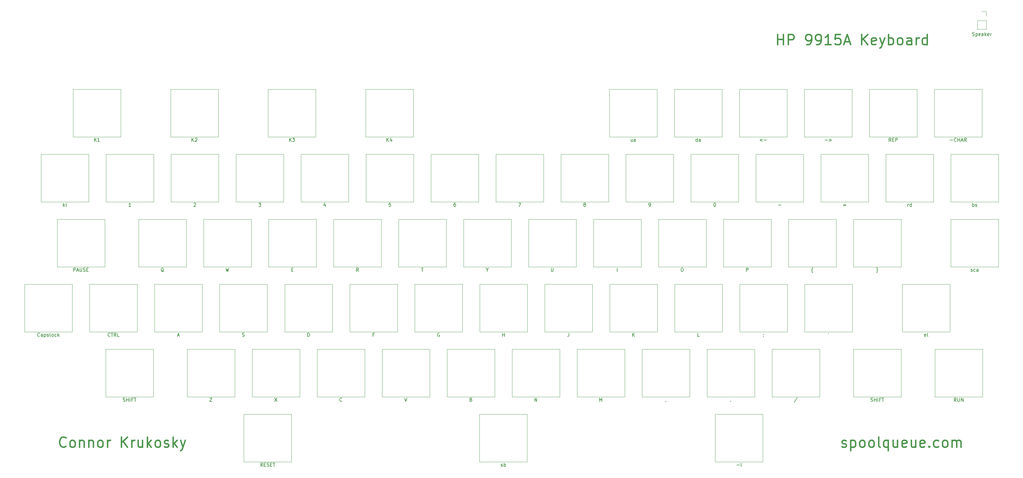
<source format=gbr>
G04 #@! TF.GenerationSoftware,KiCad,Pcbnew,(5.1.2)-1*
G04 #@! TF.CreationDate,2019-10-14T05:56:34-04:00*
G04 #@! TF.ProjectId,HP_9915A_Keyboard,48505f39-3931-4354-915f-4b6579626f61,rev?*
G04 #@! TF.SameCoordinates,Original*
G04 #@! TF.FileFunction,Legend,Top*
G04 #@! TF.FilePolarity,Positive*
%FSLAX46Y46*%
G04 Gerber Fmt 4.6, Leading zero omitted, Abs format (unit mm)*
G04 Created by KiCad (PCBNEW (5.1.2)-1) date 2019-10-14 05:56:34*
%MOMM*%
%LPD*%
G04 APERTURE LIST*
%ADD10C,0.400000*%
%ADD11C,0.120000*%
%ADD12C,0.150000*%
G04 APERTURE END LIST*
D10*
X304000000Y-196214285D02*
X304285714Y-196357142D01*
X304857142Y-196357142D01*
X305142857Y-196214285D01*
X305285714Y-195928571D01*
X305285714Y-195785714D01*
X305142857Y-195500000D01*
X304857142Y-195357142D01*
X304428571Y-195357142D01*
X304142857Y-195214285D01*
X304000000Y-194928571D01*
X304000000Y-194785714D01*
X304142857Y-194500000D01*
X304428571Y-194357142D01*
X304857142Y-194357142D01*
X305142857Y-194500000D01*
X306571428Y-194357142D02*
X306571428Y-197357142D01*
X306571428Y-194500000D02*
X306857142Y-194357142D01*
X307428571Y-194357142D01*
X307714285Y-194500000D01*
X307857142Y-194642857D01*
X308000000Y-194928571D01*
X308000000Y-195785714D01*
X307857142Y-196071428D01*
X307714285Y-196214285D01*
X307428571Y-196357142D01*
X306857142Y-196357142D01*
X306571428Y-196214285D01*
X309714285Y-196357142D02*
X309428571Y-196214285D01*
X309285714Y-196071428D01*
X309142857Y-195785714D01*
X309142857Y-194928571D01*
X309285714Y-194642857D01*
X309428571Y-194500000D01*
X309714285Y-194357142D01*
X310142857Y-194357142D01*
X310428571Y-194500000D01*
X310571428Y-194642857D01*
X310714285Y-194928571D01*
X310714285Y-195785714D01*
X310571428Y-196071428D01*
X310428571Y-196214285D01*
X310142857Y-196357142D01*
X309714285Y-196357142D01*
X312428571Y-196357142D02*
X312142857Y-196214285D01*
X312000000Y-196071428D01*
X311857142Y-195785714D01*
X311857142Y-194928571D01*
X312000000Y-194642857D01*
X312142857Y-194500000D01*
X312428571Y-194357142D01*
X312857142Y-194357142D01*
X313142857Y-194500000D01*
X313285714Y-194642857D01*
X313428571Y-194928571D01*
X313428571Y-195785714D01*
X313285714Y-196071428D01*
X313142857Y-196214285D01*
X312857142Y-196357142D01*
X312428571Y-196357142D01*
X315142857Y-196357142D02*
X314857142Y-196214285D01*
X314714285Y-195928571D01*
X314714285Y-193357142D01*
X317571428Y-194357142D02*
X317571428Y-197357142D01*
X317571428Y-196214285D02*
X317285714Y-196357142D01*
X316714285Y-196357142D01*
X316428571Y-196214285D01*
X316285714Y-196071428D01*
X316142857Y-195785714D01*
X316142857Y-194928571D01*
X316285714Y-194642857D01*
X316428571Y-194500000D01*
X316714285Y-194357142D01*
X317285714Y-194357142D01*
X317571428Y-194500000D01*
X320285714Y-194357142D02*
X320285714Y-196357142D01*
X319000000Y-194357142D02*
X319000000Y-195928571D01*
X319142857Y-196214285D01*
X319428571Y-196357142D01*
X319857142Y-196357142D01*
X320142857Y-196214285D01*
X320285714Y-196071428D01*
X322857142Y-196214285D02*
X322571428Y-196357142D01*
X322000000Y-196357142D01*
X321714285Y-196214285D01*
X321571428Y-195928571D01*
X321571428Y-194785714D01*
X321714285Y-194500000D01*
X322000000Y-194357142D01*
X322571428Y-194357142D01*
X322857142Y-194500000D01*
X323000000Y-194785714D01*
X323000000Y-195071428D01*
X321571428Y-195357142D01*
X325571428Y-194357142D02*
X325571428Y-196357142D01*
X324285714Y-194357142D02*
X324285714Y-195928571D01*
X324428571Y-196214285D01*
X324714285Y-196357142D01*
X325142857Y-196357142D01*
X325428571Y-196214285D01*
X325571428Y-196071428D01*
X328142857Y-196214285D02*
X327857142Y-196357142D01*
X327285714Y-196357142D01*
X327000000Y-196214285D01*
X326857142Y-195928571D01*
X326857142Y-194785714D01*
X327000000Y-194500000D01*
X327285714Y-194357142D01*
X327857142Y-194357142D01*
X328142857Y-194500000D01*
X328285714Y-194785714D01*
X328285714Y-195071428D01*
X326857142Y-195357142D01*
X329571428Y-196071428D02*
X329714285Y-196214285D01*
X329571428Y-196357142D01*
X329428571Y-196214285D01*
X329571428Y-196071428D01*
X329571428Y-196357142D01*
X332285714Y-196214285D02*
X332000000Y-196357142D01*
X331428571Y-196357142D01*
X331142857Y-196214285D01*
X331000000Y-196071428D01*
X330857142Y-195785714D01*
X330857142Y-194928571D01*
X331000000Y-194642857D01*
X331142857Y-194500000D01*
X331428571Y-194357142D01*
X332000000Y-194357142D01*
X332285714Y-194500000D01*
X334000000Y-196357142D02*
X333714285Y-196214285D01*
X333571428Y-196071428D01*
X333428571Y-195785714D01*
X333428571Y-194928571D01*
X333571428Y-194642857D01*
X333714285Y-194500000D01*
X334000000Y-194357142D01*
X334428571Y-194357142D01*
X334714285Y-194500000D01*
X334857142Y-194642857D01*
X335000000Y-194928571D01*
X335000000Y-195785714D01*
X334857142Y-196071428D01*
X334714285Y-196214285D01*
X334428571Y-196357142D01*
X334000000Y-196357142D01*
X336285714Y-196357142D02*
X336285714Y-194357142D01*
X336285714Y-194642857D02*
X336428571Y-194500000D01*
X336714285Y-194357142D01*
X337142857Y-194357142D01*
X337428571Y-194500000D01*
X337571428Y-194785714D01*
X337571428Y-196357142D01*
X337571428Y-194785714D02*
X337714285Y-194500000D01*
X338000000Y-194357142D01*
X338428571Y-194357142D01*
X338714285Y-194500000D01*
X338857142Y-194785714D01*
X338857142Y-196357142D01*
X76500000Y-196071428D02*
X76357142Y-196214285D01*
X75928571Y-196357142D01*
X75642857Y-196357142D01*
X75214285Y-196214285D01*
X74928571Y-195928571D01*
X74785714Y-195642857D01*
X74642857Y-195071428D01*
X74642857Y-194642857D01*
X74785714Y-194071428D01*
X74928571Y-193785714D01*
X75214285Y-193500000D01*
X75642857Y-193357142D01*
X75928571Y-193357142D01*
X76357142Y-193500000D01*
X76500000Y-193642857D01*
X78214285Y-196357142D02*
X77928571Y-196214285D01*
X77785714Y-196071428D01*
X77642857Y-195785714D01*
X77642857Y-194928571D01*
X77785714Y-194642857D01*
X77928571Y-194500000D01*
X78214285Y-194357142D01*
X78642857Y-194357142D01*
X78928571Y-194500000D01*
X79071428Y-194642857D01*
X79214285Y-194928571D01*
X79214285Y-195785714D01*
X79071428Y-196071428D01*
X78928571Y-196214285D01*
X78642857Y-196357142D01*
X78214285Y-196357142D01*
X80500000Y-194357142D02*
X80500000Y-196357142D01*
X80500000Y-194642857D02*
X80642857Y-194500000D01*
X80928571Y-194357142D01*
X81357142Y-194357142D01*
X81642857Y-194500000D01*
X81785714Y-194785714D01*
X81785714Y-196357142D01*
X83214285Y-194357142D02*
X83214285Y-196357142D01*
X83214285Y-194642857D02*
X83357142Y-194500000D01*
X83642857Y-194357142D01*
X84071428Y-194357142D01*
X84357142Y-194500000D01*
X84500000Y-194785714D01*
X84500000Y-196357142D01*
X86357142Y-196357142D02*
X86071428Y-196214285D01*
X85928571Y-196071428D01*
X85785714Y-195785714D01*
X85785714Y-194928571D01*
X85928571Y-194642857D01*
X86071428Y-194500000D01*
X86357142Y-194357142D01*
X86785714Y-194357142D01*
X87071428Y-194500000D01*
X87214285Y-194642857D01*
X87357142Y-194928571D01*
X87357142Y-195785714D01*
X87214285Y-196071428D01*
X87071428Y-196214285D01*
X86785714Y-196357142D01*
X86357142Y-196357142D01*
X88642857Y-196357142D02*
X88642857Y-194357142D01*
X88642857Y-194928571D02*
X88785714Y-194642857D01*
X88928571Y-194500000D01*
X89214285Y-194357142D01*
X89500000Y-194357142D01*
X92785714Y-196357142D02*
X92785714Y-193357142D01*
X94500000Y-196357142D02*
X93214285Y-194642857D01*
X94500000Y-193357142D02*
X92785714Y-195071428D01*
X95785714Y-196357142D02*
X95785714Y-194357142D01*
X95785714Y-194928571D02*
X95928571Y-194642857D01*
X96071428Y-194500000D01*
X96357142Y-194357142D01*
X96642857Y-194357142D01*
X98928571Y-194357142D02*
X98928571Y-196357142D01*
X97642857Y-194357142D02*
X97642857Y-195928571D01*
X97785714Y-196214285D01*
X98071428Y-196357142D01*
X98500000Y-196357142D01*
X98785714Y-196214285D01*
X98928571Y-196071428D01*
X100357142Y-196357142D02*
X100357142Y-193357142D01*
X100642857Y-195214285D02*
X101500000Y-196357142D01*
X101500000Y-194357142D02*
X100357142Y-195500000D01*
X103214285Y-196357142D02*
X102928571Y-196214285D01*
X102785714Y-196071428D01*
X102642857Y-195785714D01*
X102642857Y-194928571D01*
X102785714Y-194642857D01*
X102928571Y-194500000D01*
X103214285Y-194357142D01*
X103642857Y-194357142D01*
X103928571Y-194500000D01*
X104071428Y-194642857D01*
X104214285Y-194928571D01*
X104214285Y-195785714D01*
X104071428Y-196071428D01*
X103928571Y-196214285D01*
X103642857Y-196357142D01*
X103214285Y-196357142D01*
X105357142Y-196214285D02*
X105642857Y-196357142D01*
X106214285Y-196357142D01*
X106500000Y-196214285D01*
X106642857Y-195928571D01*
X106642857Y-195785714D01*
X106500000Y-195500000D01*
X106214285Y-195357142D01*
X105785714Y-195357142D01*
X105500000Y-195214285D01*
X105357142Y-194928571D01*
X105357142Y-194785714D01*
X105500000Y-194500000D01*
X105785714Y-194357142D01*
X106214285Y-194357142D01*
X106500000Y-194500000D01*
X107928571Y-196357142D02*
X107928571Y-193357142D01*
X108214285Y-195214285D02*
X109071428Y-196357142D01*
X109071428Y-194357142D02*
X107928571Y-195500000D01*
X110071428Y-194357142D02*
X110785714Y-196357142D01*
X111500000Y-194357142D02*
X110785714Y-196357142D01*
X110500000Y-197071428D01*
X110357142Y-197214285D01*
X110071428Y-197357142D01*
X285071428Y-78357142D02*
X285071428Y-75357142D01*
X285071428Y-76785714D02*
X286785714Y-76785714D01*
X286785714Y-78357142D02*
X286785714Y-75357142D01*
X288214285Y-78357142D02*
X288214285Y-75357142D01*
X289357142Y-75357142D01*
X289642857Y-75500000D01*
X289785714Y-75642857D01*
X289928571Y-75928571D01*
X289928571Y-76357142D01*
X289785714Y-76642857D01*
X289642857Y-76785714D01*
X289357142Y-76928571D01*
X288214285Y-76928571D01*
X293642857Y-78357142D02*
X294214285Y-78357142D01*
X294500000Y-78214285D01*
X294642857Y-78071428D01*
X294928571Y-77642857D01*
X295071428Y-77071428D01*
X295071428Y-75928571D01*
X294928571Y-75642857D01*
X294785714Y-75500000D01*
X294500000Y-75357142D01*
X293928571Y-75357142D01*
X293642857Y-75500000D01*
X293500000Y-75642857D01*
X293357142Y-75928571D01*
X293357142Y-76642857D01*
X293500000Y-76928571D01*
X293642857Y-77071428D01*
X293928571Y-77214285D01*
X294500000Y-77214285D01*
X294785714Y-77071428D01*
X294928571Y-76928571D01*
X295071428Y-76642857D01*
X296500000Y-78357142D02*
X297071428Y-78357142D01*
X297357142Y-78214285D01*
X297500000Y-78071428D01*
X297785714Y-77642857D01*
X297928571Y-77071428D01*
X297928571Y-75928571D01*
X297785714Y-75642857D01*
X297642857Y-75500000D01*
X297357142Y-75357142D01*
X296785714Y-75357142D01*
X296500000Y-75500000D01*
X296357142Y-75642857D01*
X296214285Y-75928571D01*
X296214285Y-76642857D01*
X296357142Y-76928571D01*
X296500000Y-77071428D01*
X296785714Y-77214285D01*
X297357142Y-77214285D01*
X297642857Y-77071428D01*
X297785714Y-76928571D01*
X297928571Y-76642857D01*
X300785714Y-78357142D02*
X299071428Y-78357142D01*
X299928571Y-78357142D02*
X299928571Y-75357142D01*
X299642857Y-75785714D01*
X299357142Y-76071428D01*
X299071428Y-76214285D01*
X303500000Y-75357142D02*
X302071428Y-75357142D01*
X301928571Y-76785714D01*
X302071428Y-76642857D01*
X302357142Y-76500000D01*
X303071428Y-76500000D01*
X303357142Y-76642857D01*
X303500000Y-76785714D01*
X303642857Y-77071428D01*
X303642857Y-77785714D01*
X303500000Y-78071428D01*
X303357142Y-78214285D01*
X303071428Y-78357142D01*
X302357142Y-78357142D01*
X302071428Y-78214285D01*
X301928571Y-78071428D01*
X304785714Y-77500000D02*
X306214285Y-77500000D01*
X304500000Y-78357142D02*
X305500000Y-75357142D01*
X306500000Y-78357142D01*
X309785714Y-78357142D02*
X309785714Y-75357142D01*
X311500000Y-78357142D02*
X310214285Y-76642857D01*
X311500000Y-75357142D02*
X309785714Y-77071428D01*
X313928571Y-78214285D02*
X313642857Y-78357142D01*
X313071428Y-78357142D01*
X312785714Y-78214285D01*
X312642857Y-77928571D01*
X312642857Y-76785714D01*
X312785714Y-76500000D01*
X313071428Y-76357142D01*
X313642857Y-76357142D01*
X313928571Y-76500000D01*
X314071428Y-76785714D01*
X314071428Y-77071428D01*
X312642857Y-77357142D01*
X315071428Y-76357142D02*
X315785714Y-78357142D01*
X316500000Y-76357142D02*
X315785714Y-78357142D01*
X315500000Y-79071428D01*
X315357142Y-79214285D01*
X315071428Y-79357142D01*
X317642857Y-78357142D02*
X317642857Y-75357142D01*
X317642857Y-76500000D02*
X317928571Y-76357142D01*
X318500000Y-76357142D01*
X318785714Y-76500000D01*
X318928571Y-76642857D01*
X319071428Y-76928571D01*
X319071428Y-77785714D01*
X318928571Y-78071428D01*
X318785714Y-78214285D01*
X318500000Y-78357142D01*
X317928571Y-78357142D01*
X317642857Y-78214285D01*
X320785714Y-78357142D02*
X320500000Y-78214285D01*
X320357142Y-78071428D01*
X320214285Y-77785714D01*
X320214285Y-76928571D01*
X320357142Y-76642857D01*
X320500000Y-76500000D01*
X320785714Y-76357142D01*
X321214285Y-76357142D01*
X321500000Y-76500000D01*
X321642857Y-76642857D01*
X321785714Y-76928571D01*
X321785714Y-77785714D01*
X321642857Y-78071428D01*
X321500000Y-78214285D01*
X321214285Y-78357142D01*
X320785714Y-78357142D01*
X324357142Y-78357142D02*
X324357142Y-76785714D01*
X324214285Y-76500000D01*
X323928571Y-76357142D01*
X323357142Y-76357142D01*
X323071428Y-76500000D01*
X324357142Y-78214285D02*
X324071428Y-78357142D01*
X323357142Y-78357142D01*
X323071428Y-78214285D01*
X322928571Y-77928571D01*
X322928571Y-77642857D01*
X323071428Y-77357142D01*
X323357142Y-77214285D01*
X324071428Y-77214285D01*
X324357142Y-77071428D01*
X325785714Y-78357142D02*
X325785714Y-76357142D01*
X325785714Y-76928571D02*
X325928571Y-76642857D01*
X326071428Y-76500000D01*
X326357142Y-76357142D01*
X326642857Y-76357142D01*
X328928571Y-78357142D02*
X328928571Y-75357142D01*
X328928571Y-78214285D02*
X328642857Y-78357142D01*
X328071428Y-78357142D01*
X327785714Y-78214285D01*
X327642857Y-78071428D01*
X327500000Y-77785714D01*
X327500000Y-76928571D01*
X327642857Y-76642857D01*
X327785714Y-76500000D01*
X328071428Y-76357142D01*
X328642857Y-76357142D01*
X328928571Y-76500000D01*
D11*
X264414000Y-167640000D02*
X278384000Y-167640000D01*
X278384000Y-167640000D02*
X278384000Y-181610000D01*
X278384000Y-181610000D02*
X264414000Y-181610000D01*
X264414000Y-181610000D02*
X264414000Y-167640000D01*
X254889000Y-91440000D02*
X268859000Y-91440000D01*
X268859000Y-91440000D02*
X268859000Y-105410000D01*
X268859000Y-105410000D02*
X254889000Y-105410000D01*
X254889000Y-105410000D02*
X254889000Y-91440000D01*
X240665000Y-124460000D02*
X240665000Y-110490000D01*
X254635000Y-124460000D02*
X240665000Y-124460000D01*
X254635000Y-110490000D02*
X254635000Y-124460000D01*
X240665000Y-110490000D02*
X254635000Y-110490000D01*
X226314000Y-167640000D02*
X240284000Y-167640000D01*
X240284000Y-167640000D02*
X240284000Y-181610000D01*
X240284000Y-181610000D02*
X226314000Y-181610000D01*
X226314000Y-181610000D02*
X226314000Y-167640000D01*
X83439000Y-162560000D02*
X83439000Y-148590000D01*
X97409000Y-162560000D02*
X83439000Y-162560000D01*
X97409000Y-148590000D02*
X97409000Y-162560000D01*
X83439000Y-148590000D02*
X97409000Y-148590000D01*
X88138000Y-181610000D02*
X88138000Y-167640000D01*
X102108000Y-181610000D02*
X88138000Y-181610000D01*
X102108000Y-167640000D02*
X102108000Y-181610000D01*
X88138000Y-167640000D02*
X102108000Y-167640000D01*
X307340000Y-167640000D02*
X321310000Y-167640000D01*
X321310000Y-167640000D02*
X321310000Y-181610000D01*
X321310000Y-181610000D02*
X307340000Y-181610000D01*
X307340000Y-181610000D02*
X307340000Y-167640000D01*
X64389000Y-148590000D02*
X78359000Y-148590000D01*
X78359000Y-148590000D02*
X78359000Y-162560000D01*
X78359000Y-162560000D02*
X64389000Y-162560000D01*
X64389000Y-162560000D02*
X64389000Y-148590000D01*
X69215000Y-110490000D02*
X83185000Y-110490000D01*
X83185000Y-110490000D02*
X83185000Y-124460000D01*
X83185000Y-124460000D02*
X69215000Y-124460000D01*
X69215000Y-124460000D02*
X69215000Y-110490000D01*
X78613000Y-91440000D02*
X92583000Y-91440000D01*
X92583000Y-91440000D02*
X92583000Y-105410000D01*
X92583000Y-105410000D02*
X78613000Y-105410000D01*
X78613000Y-105410000D02*
X78613000Y-91440000D01*
X107188000Y-105410000D02*
X107188000Y-91440000D01*
X121158000Y-105410000D02*
X107188000Y-105410000D01*
X121158000Y-91440000D02*
X121158000Y-105410000D01*
X107188000Y-91440000D02*
X121158000Y-91440000D01*
X135763000Y-91440000D02*
X149733000Y-91440000D01*
X149733000Y-91440000D02*
X149733000Y-105410000D01*
X149733000Y-105410000D02*
X135763000Y-105410000D01*
X135763000Y-105410000D02*
X135763000Y-91440000D01*
X164338000Y-105410000D02*
X164338000Y-91440000D01*
X178308000Y-105410000D02*
X164338000Y-105410000D01*
X178308000Y-91440000D02*
X178308000Y-105410000D01*
X164338000Y-91440000D02*
X178308000Y-91440000D01*
X235839000Y-105410000D02*
X235839000Y-91440000D01*
X249809000Y-105410000D02*
X235839000Y-105410000D01*
X249809000Y-91440000D02*
X249809000Y-105410000D01*
X235839000Y-91440000D02*
X249809000Y-91440000D01*
X273939000Y-105410000D02*
X273939000Y-91440000D01*
X287909000Y-105410000D02*
X273939000Y-105410000D01*
X287909000Y-91440000D02*
X287909000Y-105410000D01*
X273939000Y-91440000D02*
X287909000Y-91440000D01*
X292989000Y-91440000D02*
X306959000Y-91440000D01*
X306959000Y-91440000D02*
X306959000Y-105410000D01*
X306959000Y-105410000D02*
X292989000Y-105410000D01*
X292989000Y-105410000D02*
X292989000Y-91440000D01*
X312039000Y-91440000D02*
X326009000Y-91440000D01*
X326009000Y-91440000D02*
X326009000Y-105410000D01*
X326009000Y-105410000D02*
X312039000Y-105410000D01*
X312039000Y-105410000D02*
X312039000Y-91440000D01*
X331089000Y-105410000D02*
X331089000Y-91440000D01*
X345059000Y-105410000D02*
X331089000Y-105410000D01*
X345059000Y-91440000D02*
X345059000Y-105410000D01*
X331089000Y-91440000D02*
X345059000Y-91440000D01*
X316865000Y-110490000D02*
X330835000Y-110490000D01*
X330835000Y-110490000D02*
X330835000Y-124460000D01*
X330835000Y-124460000D02*
X316865000Y-124460000D01*
X316865000Y-124460000D02*
X316865000Y-110490000D01*
X266827000Y-200660000D02*
X266827000Y-186690000D01*
X280797000Y-200660000D02*
X266827000Y-200660000D01*
X280797000Y-186690000D02*
X280797000Y-200660000D01*
X266827000Y-186690000D02*
X280797000Y-186690000D01*
X88265000Y-124460000D02*
X88265000Y-110490000D01*
X102235000Y-124460000D02*
X88265000Y-124460000D01*
X102235000Y-110490000D02*
X102235000Y-124460000D01*
X88265000Y-110490000D02*
X102235000Y-110490000D01*
X107315000Y-110490000D02*
X121285000Y-110490000D01*
X121285000Y-110490000D02*
X121285000Y-124460000D01*
X121285000Y-124460000D02*
X107315000Y-124460000D01*
X107315000Y-124460000D02*
X107315000Y-110490000D01*
X126365000Y-124460000D02*
X126365000Y-110490000D01*
X140335000Y-124460000D02*
X126365000Y-124460000D01*
X140335000Y-110490000D02*
X140335000Y-124460000D01*
X126365000Y-110490000D02*
X140335000Y-110490000D01*
X145415000Y-110490000D02*
X159385000Y-110490000D01*
X159385000Y-110490000D02*
X159385000Y-124460000D01*
X159385000Y-124460000D02*
X145415000Y-124460000D01*
X145415000Y-124460000D02*
X145415000Y-110490000D01*
X164465000Y-124460000D02*
X164465000Y-110490000D01*
X178435000Y-124460000D02*
X164465000Y-124460000D01*
X178435000Y-110490000D02*
X178435000Y-124460000D01*
X164465000Y-110490000D02*
X178435000Y-110490000D01*
X183515000Y-110490000D02*
X197485000Y-110490000D01*
X197485000Y-110490000D02*
X197485000Y-124460000D01*
X197485000Y-124460000D02*
X183515000Y-124460000D01*
X183515000Y-124460000D02*
X183515000Y-110490000D01*
X202565000Y-124460000D02*
X202565000Y-110490000D01*
X216535000Y-124460000D02*
X202565000Y-124460000D01*
X216535000Y-110490000D02*
X216535000Y-124460000D01*
X202565000Y-110490000D02*
X216535000Y-110490000D01*
X221615000Y-110490000D02*
X235585000Y-110490000D01*
X235585000Y-110490000D02*
X235585000Y-124460000D01*
X235585000Y-124460000D02*
X221615000Y-124460000D01*
X221615000Y-124460000D02*
X221615000Y-110490000D01*
X259715000Y-124460000D02*
X259715000Y-110490000D01*
X273685000Y-124460000D02*
X259715000Y-124460000D01*
X273685000Y-110490000D02*
X273685000Y-124460000D01*
X259715000Y-110490000D02*
X273685000Y-110490000D01*
X278765000Y-110490000D02*
X292735000Y-110490000D01*
X292735000Y-110490000D02*
X292735000Y-124460000D01*
X292735000Y-124460000D02*
X278765000Y-124460000D01*
X278765000Y-124460000D02*
X278765000Y-110490000D01*
X297815000Y-124460000D02*
X297815000Y-110490000D01*
X311785000Y-124460000D02*
X297815000Y-124460000D01*
X311785000Y-110490000D02*
X311785000Y-124460000D01*
X297815000Y-110490000D02*
X311785000Y-110490000D01*
X335915000Y-110490000D02*
X349885000Y-110490000D01*
X349885000Y-110490000D02*
X349885000Y-124460000D01*
X349885000Y-124460000D02*
X335915000Y-124460000D01*
X335915000Y-124460000D02*
X335915000Y-110490000D01*
X128651000Y-200660000D02*
X128651000Y-186690000D01*
X142621000Y-200660000D02*
X128651000Y-200660000D01*
X142621000Y-186690000D02*
X142621000Y-200660000D01*
X128651000Y-186690000D02*
X142621000Y-186690000D01*
X97790000Y-143510000D02*
X97790000Y-129540000D01*
X111760000Y-143510000D02*
X97790000Y-143510000D01*
X111760000Y-129540000D02*
X111760000Y-143510000D01*
X97790000Y-129540000D02*
X111760000Y-129540000D01*
X116840000Y-129540000D02*
X130810000Y-129540000D01*
X130810000Y-129540000D02*
X130810000Y-143510000D01*
X130810000Y-143510000D02*
X116840000Y-143510000D01*
X116840000Y-143510000D02*
X116840000Y-129540000D01*
X135890000Y-143510000D02*
X135890000Y-129540000D01*
X149860000Y-143510000D02*
X135890000Y-143510000D01*
X149860000Y-129540000D02*
X149860000Y-143510000D01*
X135890000Y-129540000D02*
X149860000Y-129540000D01*
X154940000Y-129540000D02*
X168910000Y-129540000D01*
X168910000Y-129540000D02*
X168910000Y-143510000D01*
X168910000Y-143510000D02*
X154940000Y-143510000D01*
X154940000Y-143510000D02*
X154940000Y-129540000D01*
X173990000Y-143510000D02*
X173990000Y-129540000D01*
X187960000Y-143510000D02*
X173990000Y-143510000D01*
X187960000Y-129540000D02*
X187960000Y-143510000D01*
X173990000Y-129540000D02*
X187960000Y-129540000D01*
X193040000Y-129540000D02*
X207010000Y-129540000D01*
X207010000Y-129540000D02*
X207010000Y-143510000D01*
X207010000Y-143510000D02*
X193040000Y-143510000D01*
X193040000Y-143510000D02*
X193040000Y-129540000D01*
X212090000Y-143510000D02*
X212090000Y-129540000D01*
X226060000Y-143510000D02*
X212090000Y-143510000D01*
X226060000Y-129540000D02*
X226060000Y-143510000D01*
X212090000Y-129540000D02*
X226060000Y-129540000D01*
X231140000Y-129540000D02*
X245110000Y-129540000D01*
X245110000Y-129540000D02*
X245110000Y-143510000D01*
X245110000Y-143510000D02*
X231140000Y-143510000D01*
X231140000Y-143510000D02*
X231140000Y-129540000D01*
X250190000Y-129540000D02*
X264160000Y-129540000D01*
X264160000Y-129540000D02*
X264160000Y-143510000D01*
X264160000Y-143510000D02*
X250190000Y-143510000D01*
X250190000Y-143510000D02*
X250190000Y-129540000D01*
X269240000Y-143510000D02*
X269240000Y-129540000D01*
X283210000Y-143510000D02*
X269240000Y-143510000D01*
X283210000Y-129540000D02*
X283210000Y-143510000D01*
X269240000Y-129540000D02*
X283210000Y-129540000D01*
X288290000Y-143510000D02*
X288290000Y-129540000D01*
X302260000Y-143510000D02*
X288290000Y-143510000D01*
X302260000Y-129540000D02*
X302260000Y-143510000D01*
X288290000Y-129540000D02*
X302260000Y-129540000D01*
X307340000Y-129540000D02*
X321310000Y-129540000D01*
X321310000Y-129540000D02*
X321310000Y-143510000D01*
X321310000Y-143510000D02*
X307340000Y-143510000D01*
X307340000Y-143510000D02*
X307340000Y-129540000D01*
X335915000Y-143510000D02*
X335915000Y-129540000D01*
X349885000Y-143510000D02*
X335915000Y-143510000D01*
X349885000Y-129540000D02*
X349885000Y-143510000D01*
X335915000Y-129540000D02*
X349885000Y-129540000D01*
X102489000Y-162560000D02*
X102489000Y-148590000D01*
X116459000Y-162560000D02*
X102489000Y-162560000D01*
X116459000Y-148590000D02*
X116459000Y-162560000D01*
X102489000Y-148590000D02*
X116459000Y-148590000D01*
X121539000Y-148590000D02*
X135509000Y-148590000D01*
X135509000Y-148590000D02*
X135509000Y-162560000D01*
X135509000Y-162560000D02*
X121539000Y-162560000D01*
X121539000Y-162560000D02*
X121539000Y-148590000D01*
X140652500Y-162560000D02*
X140652500Y-148590000D01*
X154622500Y-162560000D02*
X140652500Y-162560000D01*
X154622500Y-148590000D02*
X154622500Y-162560000D01*
X140652500Y-148590000D02*
X154622500Y-148590000D01*
X159702500Y-148590000D02*
X173672500Y-148590000D01*
X173672500Y-148590000D02*
X173672500Y-162560000D01*
X173672500Y-162560000D02*
X159702500Y-162560000D01*
X159702500Y-162560000D02*
X159702500Y-148590000D01*
X178752500Y-162560000D02*
X178752500Y-148590000D01*
X192722500Y-162560000D02*
X178752500Y-162560000D01*
X192722500Y-148590000D02*
X192722500Y-162560000D01*
X178752500Y-148590000D02*
X192722500Y-148590000D01*
X197802500Y-148590000D02*
X211772500Y-148590000D01*
X211772500Y-148590000D02*
X211772500Y-162560000D01*
X211772500Y-162560000D02*
X197802500Y-162560000D01*
X197802500Y-162560000D02*
X197802500Y-148590000D01*
X216852500Y-162560000D02*
X216852500Y-148590000D01*
X230822500Y-162560000D02*
X216852500Y-162560000D01*
X230822500Y-148590000D02*
X230822500Y-162560000D01*
X216852500Y-148590000D02*
X230822500Y-148590000D01*
X235902500Y-148590000D02*
X249872500Y-148590000D01*
X249872500Y-148590000D02*
X249872500Y-162560000D01*
X249872500Y-162560000D02*
X235902500Y-162560000D01*
X235902500Y-162560000D02*
X235902500Y-148590000D01*
X254952500Y-162560000D02*
X254952500Y-148590000D01*
X268922500Y-162560000D02*
X254952500Y-162560000D01*
X268922500Y-148590000D02*
X268922500Y-162560000D01*
X254952500Y-148590000D02*
X268922500Y-148590000D01*
X274002500Y-148590000D02*
X287972500Y-148590000D01*
X287972500Y-148590000D02*
X287972500Y-162560000D01*
X287972500Y-162560000D02*
X274002500Y-162560000D01*
X274002500Y-162560000D02*
X274002500Y-148590000D01*
X293052500Y-148590000D02*
X307022500Y-148590000D01*
X307022500Y-148590000D02*
X307022500Y-162560000D01*
X307022500Y-162560000D02*
X293052500Y-162560000D01*
X293052500Y-162560000D02*
X293052500Y-148590000D01*
X321691000Y-148590000D02*
X335661000Y-148590000D01*
X335661000Y-148590000D02*
X335661000Y-162560000D01*
X335661000Y-162560000D02*
X321691000Y-162560000D01*
X321691000Y-162560000D02*
X321691000Y-148590000D01*
X197739000Y-186690000D02*
X211709000Y-186690000D01*
X211709000Y-186690000D02*
X211709000Y-200660000D01*
X211709000Y-200660000D02*
X197739000Y-200660000D01*
X197739000Y-200660000D02*
X197739000Y-186690000D01*
X112014000Y-167640000D02*
X125984000Y-167640000D01*
X125984000Y-167640000D02*
X125984000Y-181610000D01*
X125984000Y-181610000D02*
X112014000Y-181610000D01*
X112014000Y-181610000D02*
X112014000Y-167640000D01*
X131064000Y-181610000D02*
X131064000Y-167640000D01*
X145034000Y-181610000D02*
X131064000Y-181610000D01*
X145034000Y-167640000D02*
X145034000Y-181610000D01*
X131064000Y-167640000D02*
X145034000Y-167640000D01*
X150114000Y-167640000D02*
X164084000Y-167640000D01*
X164084000Y-167640000D02*
X164084000Y-181610000D01*
X164084000Y-181610000D02*
X150114000Y-181610000D01*
X150114000Y-181610000D02*
X150114000Y-167640000D01*
X169164000Y-181610000D02*
X169164000Y-167640000D01*
X183134000Y-181610000D02*
X169164000Y-181610000D01*
X183134000Y-167640000D02*
X183134000Y-181610000D01*
X169164000Y-167640000D02*
X183134000Y-167640000D01*
X188214000Y-167640000D02*
X202184000Y-167640000D01*
X202184000Y-167640000D02*
X202184000Y-181610000D01*
X202184000Y-181610000D02*
X188214000Y-181610000D01*
X188214000Y-181610000D02*
X188214000Y-167640000D01*
X207264000Y-181610000D02*
X207264000Y-167640000D01*
X221234000Y-181610000D02*
X207264000Y-181610000D01*
X221234000Y-167640000D02*
X221234000Y-181610000D01*
X207264000Y-167640000D02*
X221234000Y-167640000D01*
X245364000Y-181610000D02*
X245364000Y-167640000D01*
X259334000Y-181610000D02*
X245364000Y-181610000D01*
X259334000Y-167640000D02*
X259334000Y-181610000D01*
X245364000Y-167640000D02*
X259334000Y-167640000D01*
X283464000Y-181610000D02*
X283464000Y-167640000D01*
X297434000Y-181610000D02*
X283464000Y-181610000D01*
X297434000Y-167640000D02*
X297434000Y-181610000D01*
X283464000Y-167640000D02*
X297434000Y-167640000D01*
X73914000Y-129540000D02*
X87884000Y-129540000D01*
X87884000Y-129540000D02*
X87884000Y-143510000D01*
X87884000Y-143510000D02*
X73914000Y-143510000D01*
X73914000Y-143510000D02*
X73914000Y-129540000D01*
X331216000Y-167640000D02*
X345186000Y-167640000D01*
X345186000Y-167640000D02*
X345186000Y-181610000D01*
X345186000Y-181610000D02*
X331216000Y-181610000D01*
X331216000Y-181610000D02*
X331216000Y-167640000D01*
X343670000Y-71270000D02*
X346330000Y-71270000D01*
X343670000Y-71270000D02*
X343670000Y-73870000D01*
X343670000Y-73870000D02*
X346330000Y-73870000D01*
X346330000Y-71270000D02*
X346330000Y-73870000D01*
X346330000Y-68670000D02*
X346330000Y-70000000D01*
X345000000Y-68670000D02*
X346330000Y-68670000D01*
D12*
X271399000Y-182856142D02*
X271446619Y-182903761D01*
X271399000Y-182951380D01*
X271351380Y-182903761D01*
X271399000Y-182856142D01*
X271399000Y-182951380D01*
X261635904Y-106751380D02*
X261635904Y-105751380D01*
X261635904Y-106703761D02*
X261540666Y-106751380D01*
X261350190Y-106751380D01*
X261254952Y-106703761D01*
X261207333Y-106656142D01*
X261159714Y-106560904D01*
X261159714Y-106275190D01*
X261207333Y-106179952D01*
X261254952Y-106132333D01*
X261350190Y-106084714D01*
X261540666Y-106084714D01*
X261635904Y-106132333D01*
X262540666Y-106751380D02*
X262540666Y-106227571D01*
X262493047Y-106132333D01*
X262397809Y-106084714D01*
X262207333Y-106084714D01*
X262112095Y-106132333D01*
X262540666Y-106703761D02*
X262445428Y-106751380D01*
X262207333Y-106751380D01*
X262112095Y-106703761D01*
X262064476Y-106608523D01*
X262064476Y-106513285D01*
X262112095Y-106418047D01*
X262207333Y-106370428D01*
X262445428Y-106370428D01*
X262540666Y-106322809D01*
X247459523Y-125801380D02*
X247650000Y-125801380D01*
X247745238Y-125753761D01*
X247792857Y-125706142D01*
X247888095Y-125563285D01*
X247935714Y-125372809D01*
X247935714Y-124991857D01*
X247888095Y-124896619D01*
X247840476Y-124849000D01*
X247745238Y-124801380D01*
X247554761Y-124801380D01*
X247459523Y-124849000D01*
X247411904Y-124896619D01*
X247364285Y-124991857D01*
X247364285Y-125229952D01*
X247411904Y-125325190D01*
X247459523Y-125372809D01*
X247554761Y-125420428D01*
X247745238Y-125420428D01*
X247840476Y-125372809D01*
X247888095Y-125325190D01*
X247935714Y-125229952D01*
X232965666Y-182951380D02*
X232965666Y-181951380D01*
X233299000Y-182665666D01*
X233632333Y-181951380D01*
X233632333Y-182951380D01*
X89447809Y-163806142D02*
X89400190Y-163853761D01*
X89257333Y-163901380D01*
X89162095Y-163901380D01*
X89019238Y-163853761D01*
X88924000Y-163758523D01*
X88876380Y-163663285D01*
X88828761Y-163472809D01*
X88828761Y-163329952D01*
X88876380Y-163139476D01*
X88924000Y-163044238D01*
X89019238Y-162949000D01*
X89162095Y-162901380D01*
X89257333Y-162901380D01*
X89400190Y-162949000D01*
X89447809Y-162996619D01*
X89733523Y-162901380D02*
X90304952Y-162901380D01*
X90019238Y-163901380D02*
X90019238Y-162901380D01*
X91209714Y-163901380D02*
X90876380Y-163425190D01*
X90638285Y-163901380D02*
X90638285Y-162901380D01*
X91019238Y-162901380D01*
X91114476Y-162949000D01*
X91162095Y-162996619D01*
X91209714Y-163091857D01*
X91209714Y-163234714D01*
X91162095Y-163329952D01*
X91114476Y-163377571D01*
X91019238Y-163425190D01*
X90638285Y-163425190D01*
X92114476Y-163901380D02*
X91638285Y-163901380D01*
X91638285Y-162901380D01*
X93265857Y-182903761D02*
X93408714Y-182951380D01*
X93646809Y-182951380D01*
X93742047Y-182903761D01*
X93789666Y-182856142D01*
X93837285Y-182760904D01*
X93837285Y-182665666D01*
X93789666Y-182570428D01*
X93742047Y-182522809D01*
X93646809Y-182475190D01*
X93456333Y-182427571D01*
X93361095Y-182379952D01*
X93313476Y-182332333D01*
X93265857Y-182237095D01*
X93265857Y-182141857D01*
X93313476Y-182046619D01*
X93361095Y-181999000D01*
X93456333Y-181951380D01*
X93694428Y-181951380D01*
X93837285Y-181999000D01*
X94265857Y-182951380D02*
X94265857Y-181951380D01*
X94265857Y-182427571D02*
X94837285Y-182427571D01*
X94837285Y-182951380D02*
X94837285Y-181951380D01*
X95313476Y-182951380D02*
X95313476Y-181951380D01*
X96123000Y-182427571D02*
X95789666Y-182427571D01*
X95789666Y-182951380D02*
X95789666Y-181951380D01*
X96265857Y-181951380D01*
X96503952Y-181951380D02*
X97075380Y-181951380D01*
X96789666Y-182951380D02*
X96789666Y-181951380D01*
X312467857Y-182903761D02*
X312610714Y-182951380D01*
X312848809Y-182951380D01*
X312944047Y-182903761D01*
X312991666Y-182856142D01*
X313039285Y-182760904D01*
X313039285Y-182665666D01*
X312991666Y-182570428D01*
X312944047Y-182522809D01*
X312848809Y-182475190D01*
X312658333Y-182427571D01*
X312563095Y-182379952D01*
X312515476Y-182332333D01*
X312467857Y-182237095D01*
X312467857Y-182141857D01*
X312515476Y-182046619D01*
X312563095Y-181999000D01*
X312658333Y-181951380D01*
X312896428Y-181951380D01*
X313039285Y-181999000D01*
X313467857Y-182951380D02*
X313467857Y-181951380D01*
X313467857Y-182427571D02*
X314039285Y-182427571D01*
X314039285Y-182951380D02*
X314039285Y-181951380D01*
X314515476Y-182951380D02*
X314515476Y-181951380D01*
X315325000Y-182427571D02*
X314991666Y-182427571D01*
X314991666Y-182951380D02*
X314991666Y-181951380D01*
X315467857Y-181951380D01*
X315705952Y-181951380D02*
X316277380Y-181951380D01*
X315991666Y-182951380D02*
X315991666Y-181951380D01*
X68826380Y-163806142D02*
X68778761Y-163853761D01*
X68635904Y-163901380D01*
X68540666Y-163901380D01*
X68397809Y-163853761D01*
X68302571Y-163758523D01*
X68254952Y-163663285D01*
X68207333Y-163472809D01*
X68207333Y-163329952D01*
X68254952Y-163139476D01*
X68302571Y-163044238D01*
X68397809Y-162949000D01*
X68540666Y-162901380D01*
X68635904Y-162901380D01*
X68778761Y-162949000D01*
X68826380Y-162996619D01*
X69683523Y-163901380D02*
X69683523Y-163377571D01*
X69635904Y-163282333D01*
X69540666Y-163234714D01*
X69350190Y-163234714D01*
X69254952Y-163282333D01*
X69683523Y-163853761D02*
X69588285Y-163901380D01*
X69350190Y-163901380D01*
X69254952Y-163853761D01*
X69207333Y-163758523D01*
X69207333Y-163663285D01*
X69254952Y-163568047D01*
X69350190Y-163520428D01*
X69588285Y-163520428D01*
X69683523Y-163472809D01*
X70159714Y-163234714D02*
X70159714Y-164234714D01*
X70159714Y-163282333D02*
X70254952Y-163234714D01*
X70445428Y-163234714D01*
X70540666Y-163282333D01*
X70588285Y-163329952D01*
X70635904Y-163425190D01*
X70635904Y-163710904D01*
X70588285Y-163806142D01*
X70540666Y-163853761D01*
X70445428Y-163901380D01*
X70254952Y-163901380D01*
X70159714Y-163853761D01*
X71016857Y-163853761D02*
X71112095Y-163901380D01*
X71302571Y-163901380D01*
X71397809Y-163853761D01*
X71445428Y-163758523D01*
X71445428Y-163710904D01*
X71397809Y-163615666D01*
X71302571Y-163568047D01*
X71159714Y-163568047D01*
X71064476Y-163520428D01*
X71016857Y-163425190D01*
X71016857Y-163377571D01*
X71064476Y-163282333D01*
X71159714Y-163234714D01*
X71302571Y-163234714D01*
X71397809Y-163282333D01*
X72016857Y-163901380D02*
X71921619Y-163853761D01*
X71874000Y-163758523D01*
X71874000Y-162901380D01*
X72540666Y-163901380D02*
X72445428Y-163853761D01*
X72397809Y-163806142D01*
X72350190Y-163710904D01*
X72350190Y-163425190D01*
X72397809Y-163329952D01*
X72445428Y-163282333D01*
X72540666Y-163234714D01*
X72683523Y-163234714D01*
X72778761Y-163282333D01*
X72826380Y-163329952D01*
X72874000Y-163425190D01*
X72874000Y-163710904D01*
X72826380Y-163806142D01*
X72778761Y-163853761D01*
X72683523Y-163901380D01*
X72540666Y-163901380D01*
X73731142Y-163853761D02*
X73635904Y-163901380D01*
X73445428Y-163901380D01*
X73350190Y-163853761D01*
X73302571Y-163806142D01*
X73254952Y-163710904D01*
X73254952Y-163425190D01*
X73302571Y-163329952D01*
X73350190Y-163282333D01*
X73445428Y-163234714D01*
X73635904Y-163234714D01*
X73731142Y-163282333D01*
X74159714Y-163901380D02*
X74159714Y-162901380D01*
X74254952Y-163520428D02*
X74540666Y-163901380D01*
X74540666Y-163234714D02*
X74159714Y-163615666D01*
X75771428Y-125801380D02*
X75771428Y-124801380D01*
X75866666Y-125420428D02*
X76152380Y-125801380D01*
X76152380Y-125134714D02*
X75771428Y-125515666D01*
X76723809Y-125801380D02*
X76628571Y-125753761D01*
X76580952Y-125658523D01*
X76580952Y-124801380D01*
X84859904Y-106751380D02*
X84859904Y-105751380D01*
X85431333Y-106751380D02*
X85002761Y-106179952D01*
X85431333Y-105751380D02*
X84859904Y-106322809D01*
X86383714Y-106751380D02*
X85812285Y-106751380D01*
X86098000Y-106751380D02*
X86098000Y-105751380D01*
X86002761Y-105894238D01*
X85907523Y-105989476D01*
X85812285Y-106037095D01*
X113434904Y-106751380D02*
X113434904Y-105751380D01*
X114006333Y-106751380D02*
X113577761Y-106179952D01*
X114006333Y-105751380D02*
X113434904Y-106322809D01*
X114387285Y-105846619D02*
X114434904Y-105799000D01*
X114530142Y-105751380D01*
X114768238Y-105751380D01*
X114863476Y-105799000D01*
X114911095Y-105846619D01*
X114958714Y-105941857D01*
X114958714Y-106037095D01*
X114911095Y-106179952D01*
X114339666Y-106751380D01*
X114958714Y-106751380D01*
X142009904Y-106751380D02*
X142009904Y-105751380D01*
X142581333Y-106751380D02*
X142152761Y-106179952D01*
X142581333Y-105751380D02*
X142009904Y-106322809D01*
X142914666Y-105751380D02*
X143533714Y-105751380D01*
X143200380Y-106132333D01*
X143343238Y-106132333D01*
X143438476Y-106179952D01*
X143486095Y-106227571D01*
X143533714Y-106322809D01*
X143533714Y-106560904D01*
X143486095Y-106656142D01*
X143438476Y-106703761D01*
X143343238Y-106751380D01*
X143057523Y-106751380D01*
X142962285Y-106703761D01*
X142914666Y-106656142D01*
X170584904Y-106751380D02*
X170584904Y-105751380D01*
X171156333Y-106751380D02*
X170727761Y-106179952D01*
X171156333Y-105751380D02*
X170584904Y-106322809D01*
X172013476Y-106084714D02*
X172013476Y-106751380D01*
X171775380Y-105703761D02*
X171537285Y-106418047D01*
X172156333Y-106418047D01*
X242585904Y-106084714D02*
X242585904Y-106751380D01*
X242157333Y-106084714D02*
X242157333Y-106608523D01*
X242204952Y-106703761D01*
X242300190Y-106751380D01*
X242443047Y-106751380D01*
X242538285Y-106703761D01*
X242585904Y-106656142D01*
X243490666Y-106751380D02*
X243490666Y-106227571D01*
X243443047Y-106132333D01*
X243347809Y-106084714D01*
X243157333Y-106084714D01*
X243062095Y-106132333D01*
X243490666Y-106703761D02*
X243395428Y-106751380D01*
X243157333Y-106751380D01*
X243062095Y-106703761D01*
X243014476Y-106608523D01*
X243014476Y-106513285D01*
X243062095Y-106418047D01*
X243157333Y-106370428D01*
X243395428Y-106370428D01*
X243490666Y-106322809D01*
X280685904Y-106084714D02*
X279924000Y-106370428D01*
X280685904Y-106656142D01*
X281162095Y-106370428D02*
X281924000Y-106370428D01*
X298974000Y-106370428D02*
X299735904Y-106370428D01*
X300212095Y-106084714D02*
X300974000Y-106370428D01*
X300212095Y-106656142D01*
X318381142Y-106751380D02*
X318047809Y-106275190D01*
X317809714Y-106751380D02*
X317809714Y-105751380D01*
X318190666Y-105751380D01*
X318285904Y-105799000D01*
X318333523Y-105846619D01*
X318381142Y-105941857D01*
X318381142Y-106084714D01*
X318333523Y-106179952D01*
X318285904Y-106227571D01*
X318190666Y-106275190D01*
X317809714Y-106275190D01*
X318809714Y-106227571D02*
X319143047Y-106227571D01*
X319285904Y-106751380D02*
X318809714Y-106751380D01*
X318809714Y-105751380D01*
X319285904Y-105751380D01*
X319714476Y-106751380D02*
X319714476Y-105751380D01*
X320095428Y-105751380D01*
X320190666Y-105799000D01*
X320238285Y-105846619D01*
X320285904Y-105941857D01*
X320285904Y-106084714D01*
X320238285Y-106179952D01*
X320190666Y-106227571D01*
X320095428Y-106275190D01*
X319714476Y-106275190D01*
X335740666Y-106370428D02*
X336502571Y-106370428D01*
X337550190Y-106656142D02*
X337502571Y-106703761D01*
X337359714Y-106751380D01*
X337264476Y-106751380D01*
X337121619Y-106703761D01*
X337026380Y-106608523D01*
X336978761Y-106513285D01*
X336931142Y-106322809D01*
X336931142Y-106179952D01*
X336978761Y-105989476D01*
X337026380Y-105894238D01*
X337121619Y-105799000D01*
X337264476Y-105751380D01*
X337359714Y-105751380D01*
X337502571Y-105799000D01*
X337550190Y-105846619D01*
X337978761Y-106751380D02*
X337978761Y-105751380D01*
X337978761Y-106227571D02*
X338550190Y-106227571D01*
X338550190Y-106751380D02*
X338550190Y-105751380D01*
X338978761Y-106465666D02*
X339454952Y-106465666D01*
X338883523Y-106751380D02*
X339216857Y-105751380D01*
X339550190Y-106751380D01*
X340454952Y-106751380D02*
X340121619Y-106275190D01*
X339883523Y-106751380D02*
X339883523Y-105751380D01*
X340264476Y-105751380D01*
X340359714Y-105799000D01*
X340407333Y-105846619D01*
X340454952Y-105941857D01*
X340454952Y-106084714D01*
X340407333Y-106179952D01*
X340359714Y-106227571D01*
X340264476Y-106275190D01*
X339883523Y-106275190D01*
X323326190Y-125801380D02*
X323326190Y-125134714D01*
X323326190Y-125325190D02*
X323373809Y-125229952D01*
X323421428Y-125182333D01*
X323516666Y-125134714D01*
X323611904Y-125134714D01*
X324373809Y-125801380D02*
X324373809Y-124801380D01*
X324373809Y-125753761D02*
X324278571Y-125801380D01*
X324088095Y-125801380D01*
X323992857Y-125753761D01*
X323945238Y-125706142D01*
X323897619Y-125610904D01*
X323897619Y-125325190D01*
X323945238Y-125229952D01*
X323992857Y-125182333D01*
X324088095Y-125134714D01*
X324278571Y-125134714D01*
X324373809Y-125182333D01*
X273169142Y-201620428D02*
X273931047Y-201620428D01*
X274550095Y-202001380D02*
X274454857Y-201953761D01*
X274407238Y-201858523D01*
X274407238Y-201001380D01*
X95535714Y-125801380D02*
X94964285Y-125801380D01*
X95250000Y-125801380D02*
X95250000Y-124801380D01*
X95154761Y-124944238D01*
X95059523Y-125039476D01*
X94964285Y-125087095D01*
X114014285Y-124896619D02*
X114061904Y-124849000D01*
X114157142Y-124801380D01*
X114395238Y-124801380D01*
X114490476Y-124849000D01*
X114538095Y-124896619D01*
X114585714Y-124991857D01*
X114585714Y-125087095D01*
X114538095Y-125229952D01*
X113966666Y-125801380D01*
X114585714Y-125801380D01*
X133016666Y-124801380D02*
X133635714Y-124801380D01*
X133302380Y-125182333D01*
X133445238Y-125182333D01*
X133540476Y-125229952D01*
X133588095Y-125277571D01*
X133635714Y-125372809D01*
X133635714Y-125610904D01*
X133588095Y-125706142D01*
X133540476Y-125753761D01*
X133445238Y-125801380D01*
X133159523Y-125801380D01*
X133064285Y-125753761D01*
X133016666Y-125706142D01*
X152590476Y-125134714D02*
X152590476Y-125801380D01*
X152352380Y-124753761D02*
X152114285Y-125468047D01*
X152733333Y-125468047D01*
X171688095Y-124801380D02*
X171211904Y-124801380D01*
X171164285Y-125277571D01*
X171211904Y-125229952D01*
X171307142Y-125182333D01*
X171545238Y-125182333D01*
X171640476Y-125229952D01*
X171688095Y-125277571D01*
X171735714Y-125372809D01*
X171735714Y-125610904D01*
X171688095Y-125706142D01*
X171640476Y-125753761D01*
X171545238Y-125801380D01*
X171307142Y-125801380D01*
X171211904Y-125753761D01*
X171164285Y-125706142D01*
X190690476Y-124801380D02*
X190500000Y-124801380D01*
X190404761Y-124849000D01*
X190357142Y-124896619D01*
X190261904Y-125039476D01*
X190214285Y-125229952D01*
X190214285Y-125610904D01*
X190261904Y-125706142D01*
X190309523Y-125753761D01*
X190404761Y-125801380D01*
X190595238Y-125801380D01*
X190690476Y-125753761D01*
X190738095Y-125706142D01*
X190785714Y-125610904D01*
X190785714Y-125372809D01*
X190738095Y-125277571D01*
X190690476Y-125229952D01*
X190595238Y-125182333D01*
X190404761Y-125182333D01*
X190309523Y-125229952D01*
X190261904Y-125277571D01*
X190214285Y-125372809D01*
X209216666Y-124801380D02*
X209883333Y-124801380D01*
X209454761Y-125801380D01*
X228504761Y-125229952D02*
X228409523Y-125182333D01*
X228361904Y-125134714D01*
X228314285Y-125039476D01*
X228314285Y-124991857D01*
X228361904Y-124896619D01*
X228409523Y-124849000D01*
X228504761Y-124801380D01*
X228695238Y-124801380D01*
X228790476Y-124849000D01*
X228838095Y-124896619D01*
X228885714Y-124991857D01*
X228885714Y-125039476D01*
X228838095Y-125134714D01*
X228790476Y-125182333D01*
X228695238Y-125229952D01*
X228504761Y-125229952D01*
X228409523Y-125277571D01*
X228361904Y-125325190D01*
X228314285Y-125420428D01*
X228314285Y-125610904D01*
X228361904Y-125706142D01*
X228409523Y-125753761D01*
X228504761Y-125801380D01*
X228695238Y-125801380D01*
X228790476Y-125753761D01*
X228838095Y-125706142D01*
X228885714Y-125610904D01*
X228885714Y-125420428D01*
X228838095Y-125325190D01*
X228790476Y-125277571D01*
X228695238Y-125229952D01*
X266652380Y-124801380D02*
X266747619Y-124801380D01*
X266842857Y-124849000D01*
X266890476Y-124896619D01*
X266938095Y-124991857D01*
X266985714Y-125182333D01*
X266985714Y-125420428D01*
X266938095Y-125610904D01*
X266890476Y-125706142D01*
X266842857Y-125753761D01*
X266747619Y-125801380D01*
X266652380Y-125801380D01*
X266557142Y-125753761D01*
X266509523Y-125706142D01*
X266461904Y-125610904D01*
X266414285Y-125420428D01*
X266414285Y-125182333D01*
X266461904Y-124991857D01*
X266509523Y-124896619D01*
X266557142Y-124849000D01*
X266652380Y-124801380D01*
X285369047Y-125420428D02*
X286130952Y-125420428D01*
X304419047Y-125277571D02*
X305180952Y-125277571D01*
X305180952Y-125563285D02*
X304419047Y-125563285D01*
X342280952Y-125801380D02*
X342280952Y-124801380D01*
X342280952Y-125182333D02*
X342376190Y-125134714D01*
X342566666Y-125134714D01*
X342661904Y-125182333D01*
X342709523Y-125229952D01*
X342757142Y-125325190D01*
X342757142Y-125610904D01*
X342709523Y-125706142D01*
X342661904Y-125753761D01*
X342566666Y-125801380D01*
X342376190Y-125801380D01*
X342280952Y-125753761D01*
X343138095Y-125753761D02*
X343233333Y-125801380D01*
X343423809Y-125801380D01*
X343519047Y-125753761D01*
X343566666Y-125658523D01*
X343566666Y-125610904D01*
X343519047Y-125515666D01*
X343423809Y-125468047D01*
X343280952Y-125468047D01*
X343185714Y-125420428D01*
X343138095Y-125325190D01*
X343138095Y-125277571D01*
X343185714Y-125182333D01*
X343280952Y-125134714D01*
X343423809Y-125134714D01*
X343519047Y-125182333D01*
X134183619Y-202001380D02*
X133850285Y-201525190D01*
X133612190Y-202001380D02*
X133612190Y-201001380D01*
X133993142Y-201001380D01*
X134088380Y-201049000D01*
X134136000Y-201096619D01*
X134183619Y-201191857D01*
X134183619Y-201334714D01*
X134136000Y-201429952D01*
X134088380Y-201477571D01*
X133993142Y-201525190D01*
X133612190Y-201525190D01*
X134612190Y-201477571D02*
X134945523Y-201477571D01*
X135088380Y-202001380D02*
X134612190Y-202001380D01*
X134612190Y-201001380D01*
X135088380Y-201001380D01*
X135469333Y-201953761D02*
X135612190Y-202001380D01*
X135850285Y-202001380D01*
X135945523Y-201953761D01*
X135993142Y-201906142D01*
X136040761Y-201810904D01*
X136040761Y-201715666D01*
X135993142Y-201620428D01*
X135945523Y-201572809D01*
X135850285Y-201525190D01*
X135659809Y-201477571D01*
X135564571Y-201429952D01*
X135516952Y-201382333D01*
X135469333Y-201287095D01*
X135469333Y-201191857D01*
X135516952Y-201096619D01*
X135564571Y-201049000D01*
X135659809Y-201001380D01*
X135897904Y-201001380D01*
X136040761Y-201049000D01*
X136469333Y-201477571D02*
X136802666Y-201477571D01*
X136945523Y-202001380D02*
X136469333Y-202001380D01*
X136469333Y-201001380D01*
X136945523Y-201001380D01*
X137231238Y-201001380D02*
X137802666Y-201001380D01*
X137516952Y-202001380D02*
X137516952Y-201001380D01*
X105155952Y-144946619D02*
X105060714Y-144899000D01*
X104965476Y-144803761D01*
X104822619Y-144660904D01*
X104727380Y-144613285D01*
X104632142Y-144613285D01*
X104679761Y-144851380D02*
X104584523Y-144803761D01*
X104489285Y-144708523D01*
X104441666Y-144518047D01*
X104441666Y-144184714D01*
X104489285Y-143994238D01*
X104584523Y-143899000D01*
X104679761Y-143851380D01*
X104870238Y-143851380D01*
X104965476Y-143899000D01*
X105060714Y-143994238D01*
X105108333Y-144184714D01*
X105108333Y-144518047D01*
X105060714Y-144708523D01*
X104965476Y-144803761D01*
X104870238Y-144851380D01*
X104679761Y-144851380D01*
X123396428Y-143851380D02*
X123634523Y-144851380D01*
X123825000Y-144137095D01*
X124015476Y-144851380D01*
X124253571Y-143851380D01*
X142660714Y-144327571D02*
X142994047Y-144327571D01*
X143136904Y-144851380D02*
X142660714Y-144851380D01*
X142660714Y-143851380D01*
X143136904Y-143851380D01*
X162234523Y-144851380D02*
X161901190Y-144375190D01*
X161663095Y-144851380D02*
X161663095Y-143851380D01*
X162044047Y-143851380D01*
X162139285Y-143899000D01*
X162186904Y-143946619D01*
X162234523Y-144041857D01*
X162234523Y-144184714D01*
X162186904Y-144279952D01*
X162139285Y-144327571D01*
X162044047Y-144375190D01*
X161663095Y-144375190D01*
X180689285Y-143851380D02*
X181260714Y-143851380D01*
X180975000Y-144851380D02*
X180975000Y-143851380D01*
X200025000Y-144375190D02*
X200025000Y-144851380D01*
X199691666Y-143851380D02*
X200025000Y-144375190D01*
X200358333Y-143851380D01*
X218789285Y-143851380D02*
X218789285Y-144660904D01*
X218836904Y-144756142D01*
X218884523Y-144803761D01*
X218979761Y-144851380D01*
X219170238Y-144851380D01*
X219265476Y-144803761D01*
X219313095Y-144756142D01*
X219360714Y-144660904D01*
X219360714Y-143851380D01*
X238125000Y-144851380D02*
X238125000Y-143851380D01*
X257079761Y-143851380D02*
X257270238Y-143851380D01*
X257365476Y-143899000D01*
X257460714Y-143994238D01*
X257508333Y-144184714D01*
X257508333Y-144518047D01*
X257460714Y-144708523D01*
X257365476Y-144803761D01*
X257270238Y-144851380D01*
X257079761Y-144851380D01*
X256984523Y-144803761D01*
X256889285Y-144708523D01*
X256841666Y-144518047D01*
X256841666Y-144184714D01*
X256889285Y-143994238D01*
X256984523Y-143899000D01*
X257079761Y-143851380D01*
X275963095Y-144851380D02*
X275963095Y-143851380D01*
X276344047Y-143851380D01*
X276439285Y-143899000D01*
X276486904Y-143946619D01*
X276534523Y-144041857D01*
X276534523Y-144184714D01*
X276486904Y-144279952D01*
X276439285Y-144327571D01*
X276344047Y-144375190D01*
X275963095Y-144375190D01*
X295465476Y-145232333D02*
X295417857Y-145232333D01*
X295322619Y-145184714D01*
X295275000Y-145089476D01*
X295275000Y-144613285D01*
X295227380Y-144518047D01*
X295132142Y-144470428D01*
X295227380Y-144422809D01*
X295275000Y-144327571D01*
X295275000Y-143851380D01*
X295322619Y-143756142D01*
X295417857Y-143708523D01*
X295465476Y-143708523D01*
X314134523Y-145232333D02*
X314182142Y-145232333D01*
X314277380Y-145184714D01*
X314325000Y-145089476D01*
X314325000Y-144613285D01*
X314372619Y-144518047D01*
X314467857Y-144470428D01*
X314372619Y-144422809D01*
X314325000Y-144327571D01*
X314325000Y-143851380D01*
X314277380Y-143756142D01*
X314182142Y-143708523D01*
X314134523Y-143708523D01*
X341804761Y-144803761D02*
X341900000Y-144851380D01*
X342090476Y-144851380D01*
X342185714Y-144803761D01*
X342233333Y-144708523D01*
X342233333Y-144660904D01*
X342185714Y-144565666D01*
X342090476Y-144518047D01*
X341947619Y-144518047D01*
X341852380Y-144470428D01*
X341804761Y-144375190D01*
X341804761Y-144327571D01*
X341852380Y-144232333D01*
X341947619Y-144184714D01*
X342090476Y-144184714D01*
X342185714Y-144232333D01*
X343090476Y-144803761D02*
X342995238Y-144851380D01*
X342804761Y-144851380D01*
X342709523Y-144803761D01*
X342661904Y-144756142D01*
X342614285Y-144660904D01*
X342614285Y-144375190D01*
X342661904Y-144279952D01*
X342709523Y-144232333D01*
X342804761Y-144184714D01*
X342995238Y-144184714D01*
X343090476Y-144232333D01*
X343947619Y-144851380D02*
X343947619Y-144327571D01*
X343900000Y-144232333D01*
X343804761Y-144184714D01*
X343614285Y-144184714D01*
X343519047Y-144232333D01*
X343947619Y-144803761D02*
X343852380Y-144851380D01*
X343614285Y-144851380D01*
X343519047Y-144803761D01*
X343471428Y-144708523D01*
X343471428Y-144613285D01*
X343519047Y-144518047D01*
X343614285Y-144470428D01*
X343852380Y-144470428D01*
X343947619Y-144422809D01*
X109235904Y-163615666D02*
X109712095Y-163615666D01*
X109140666Y-163901380D02*
X109474000Y-162901380D01*
X109807333Y-163901380D01*
X128238285Y-163853761D02*
X128381142Y-163901380D01*
X128619238Y-163901380D01*
X128714476Y-163853761D01*
X128762095Y-163806142D01*
X128809714Y-163710904D01*
X128809714Y-163615666D01*
X128762095Y-163520428D01*
X128714476Y-163472809D01*
X128619238Y-163425190D01*
X128428761Y-163377571D01*
X128333523Y-163329952D01*
X128285904Y-163282333D01*
X128238285Y-163187095D01*
X128238285Y-163091857D01*
X128285904Y-162996619D01*
X128333523Y-162949000D01*
X128428761Y-162901380D01*
X128666857Y-162901380D01*
X128809714Y-162949000D01*
X147375595Y-163901380D02*
X147375595Y-162901380D01*
X147613690Y-162901380D01*
X147756547Y-162949000D01*
X147851785Y-163044238D01*
X147899404Y-163139476D01*
X147947023Y-163329952D01*
X147947023Y-163472809D01*
X147899404Y-163663285D01*
X147851785Y-163758523D01*
X147756547Y-163853761D01*
X147613690Y-163901380D01*
X147375595Y-163901380D01*
X166830357Y-163377571D02*
X166497023Y-163377571D01*
X166497023Y-163901380D02*
X166497023Y-162901380D01*
X166973214Y-162901380D01*
X185999404Y-162949000D02*
X185904166Y-162901380D01*
X185761309Y-162901380D01*
X185618452Y-162949000D01*
X185523214Y-163044238D01*
X185475595Y-163139476D01*
X185427976Y-163329952D01*
X185427976Y-163472809D01*
X185475595Y-163663285D01*
X185523214Y-163758523D01*
X185618452Y-163853761D01*
X185761309Y-163901380D01*
X185856547Y-163901380D01*
X185999404Y-163853761D01*
X186047023Y-163806142D01*
X186047023Y-163472809D01*
X185856547Y-163472809D01*
X204501785Y-163901380D02*
X204501785Y-162901380D01*
X204501785Y-163377571D02*
X205073214Y-163377571D01*
X205073214Y-163901380D02*
X205073214Y-162901380D01*
X223980357Y-162901380D02*
X223980357Y-163615666D01*
X223932738Y-163758523D01*
X223837500Y-163853761D01*
X223694642Y-163901380D01*
X223599404Y-163901380D01*
X242625595Y-163901380D02*
X242625595Y-162901380D01*
X243197023Y-163901380D02*
X242768452Y-163329952D01*
X243197023Y-162901380D02*
X242625595Y-163472809D01*
X262247023Y-163901380D02*
X261770833Y-163901380D01*
X261770833Y-162901380D01*
X281035119Y-163853761D02*
X281035119Y-163901380D01*
X280987500Y-163996619D01*
X280939880Y-164044238D01*
X280987500Y-163282333D02*
X281035119Y-163329952D01*
X280987500Y-163377571D01*
X280939880Y-163329952D01*
X280987500Y-163282333D01*
X280987500Y-163377571D01*
X300085119Y-162901380D02*
X299989880Y-163091857D01*
X328604571Y-163853761D02*
X328509333Y-163901380D01*
X328318857Y-163901380D01*
X328223619Y-163853761D01*
X328176000Y-163758523D01*
X328176000Y-163377571D01*
X328223619Y-163282333D01*
X328318857Y-163234714D01*
X328509333Y-163234714D01*
X328604571Y-163282333D01*
X328652190Y-163377571D01*
X328652190Y-163472809D01*
X328176000Y-163568047D01*
X329223619Y-163901380D02*
X329128380Y-163853761D01*
X329080761Y-163758523D01*
X329080761Y-162901380D01*
X204057333Y-201953761D02*
X204152571Y-202001380D01*
X204343047Y-202001380D01*
X204438285Y-201953761D01*
X204485904Y-201858523D01*
X204485904Y-201810904D01*
X204438285Y-201715666D01*
X204343047Y-201668047D01*
X204200190Y-201668047D01*
X204104952Y-201620428D01*
X204057333Y-201525190D01*
X204057333Y-201477571D01*
X204104952Y-201382333D01*
X204200190Y-201334714D01*
X204343047Y-201334714D01*
X204438285Y-201382333D01*
X204914476Y-202001380D02*
X204914476Y-201001380D01*
X204914476Y-201382333D02*
X205009714Y-201334714D01*
X205200190Y-201334714D01*
X205295428Y-201382333D01*
X205343047Y-201429952D01*
X205390666Y-201525190D01*
X205390666Y-201810904D01*
X205343047Y-201906142D01*
X205295428Y-201953761D01*
X205200190Y-202001380D01*
X205009714Y-202001380D01*
X204914476Y-201953761D01*
X118665666Y-181951380D02*
X119332333Y-181951380D01*
X118665666Y-182951380D01*
X119332333Y-182951380D01*
X137715666Y-181951380D02*
X138382333Y-182951380D01*
X138382333Y-181951380D02*
X137715666Y-182951380D01*
X157408523Y-182856142D02*
X157360904Y-182903761D01*
X157218047Y-182951380D01*
X157122809Y-182951380D01*
X156979952Y-182903761D01*
X156884714Y-182808523D01*
X156837095Y-182713285D01*
X156789476Y-182522809D01*
X156789476Y-182379952D01*
X156837095Y-182189476D01*
X156884714Y-182094238D01*
X156979952Y-181999000D01*
X157122809Y-181951380D01*
X157218047Y-181951380D01*
X157360904Y-181999000D01*
X157408523Y-182046619D01*
X175815666Y-181951380D02*
X176149000Y-182951380D01*
X176482333Y-181951380D01*
X195270428Y-182427571D02*
X195413285Y-182475190D01*
X195460904Y-182522809D01*
X195508523Y-182618047D01*
X195508523Y-182760904D01*
X195460904Y-182856142D01*
X195413285Y-182903761D01*
X195318047Y-182951380D01*
X194937095Y-182951380D01*
X194937095Y-181951380D01*
X195270428Y-181951380D01*
X195365666Y-181999000D01*
X195413285Y-182046619D01*
X195460904Y-182141857D01*
X195460904Y-182237095D01*
X195413285Y-182332333D01*
X195365666Y-182379952D01*
X195270428Y-182427571D01*
X194937095Y-182427571D01*
X213963285Y-182951380D02*
X213963285Y-181951380D01*
X214534714Y-182951380D01*
X214534714Y-181951380D01*
X252396619Y-182903761D02*
X252396619Y-182951380D01*
X252349000Y-183046619D01*
X252301380Y-183094238D01*
X290877571Y-181903761D02*
X290020428Y-183189476D01*
X78756142Y-144851380D02*
X78756142Y-143851380D01*
X79137095Y-143851380D01*
X79232333Y-143899000D01*
X79279952Y-143946619D01*
X79327571Y-144041857D01*
X79327571Y-144184714D01*
X79279952Y-144279952D01*
X79232333Y-144327571D01*
X79137095Y-144375190D01*
X78756142Y-144375190D01*
X79708523Y-144565666D02*
X80184714Y-144565666D01*
X79613285Y-144851380D02*
X79946619Y-143851380D01*
X80279952Y-144851380D01*
X80613285Y-143851380D02*
X80613285Y-144660904D01*
X80660904Y-144756142D01*
X80708523Y-144803761D01*
X80803761Y-144851380D01*
X80994238Y-144851380D01*
X81089476Y-144803761D01*
X81137095Y-144756142D01*
X81184714Y-144660904D01*
X81184714Y-143851380D01*
X81613285Y-144803761D02*
X81756142Y-144851380D01*
X81994238Y-144851380D01*
X82089476Y-144803761D01*
X82137095Y-144756142D01*
X82184714Y-144660904D01*
X82184714Y-144565666D01*
X82137095Y-144470428D01*
X82089476Y-144422809D01*
X81994238Y-144375190D01*
X81803761Y-144327571D01*
X81708523Y-144279952D01*
X81660904Y-144232333D01*
X81613285Y-144137095D01*
X81613285Y-144041857D01*
X81660904Y-143946619D01*
X81708523Y-143899000D01*
X81803761Y-143851380D01*
X82041857Y-143851380D01*
X82184714Y-143899000D01*
X82613285Y-144327571D02*
X82946619Y-144327571D01*
X83089476Y-144851380D02*
X82613285Y-144851380D01*
X82613285Y-143851380D01*
X83089476Y-143851380D01*
X337462904Y-182951380D02*
X337129571Y-182475190D01*
X336891476Y-182951380D02*
X336891476Y-181951380D01*
X337272428Y-181951380D01*
X337367666Y-181999000D01*
X337415285Y-182046619D01*
X337462904Y-182141857D01*
X337462904Y-182284714D01*
X337415285Y-182379952D01*
X337367666Y-182427571D01*
X337272428Y-182475190D01*
X336891476Y-182475190D01*
X337891476Y-181951380D02*
X337891476Y-182760904D01*
X337939095Y-182856142D01*
X337986714Y-182903761D01*
X338081952Y-182951380D01*
X338272428Y-182951380D01*
X338367666Y-182903761D01*
X338415285Y-182856142D01*
X338462904Y-182760904D01*
X338462904Y-181951380D01*
X338939095Y-182951380D02*
X338939095Y-181951380D01*
X339510523Y-182951380D01*
X339510523Y-181951380D01*
X342238095Y-75714761D02*
X342380952Y-75762380D01*
X342619047Y-75762380D01*
X342714285Y-75714761D01*
X342761904Y-75667142D01*
X342809523Y-75571904D01*
X342809523Y-75476666D01*
X342761904Y-75381428D01*
X342714285Y-75333809D01*
X342619047Y-75286190D01*
X342428571Y-75238571D01*
X342333333Y-75190952D01*
X342285714Y-75143333D01*
X342238095Y-75048095D01*
X342238095Y-74952857D01*
X342285714Y-74857619D01*
X342333333Y-74810000D01*
X342428571Y-74762380D01*
X342666666Y-74762380D01*
X342809523Y-74810000D01*
X343238095Y-75095714D02*
X343238095Y-76095714D01*
X343238095Y-75143333D02*
X343333333Y-75095714D01*
X343523809Y-75095714D01*
X343619047Y-75143333D01*
X343666666Y-75190952D01*
X343714285Y-75286190D01*
X343714285Y-75571904D01*
X343666666Y-75667142D01*
X343619047Y-75714761D01*
X343523809Y-75762380D01*
X343333333Y-75762380D01*
X343238095Y-75714761D01*
X344523809Y-75714761D02*
X344428571Y-75762380D01*
X344238095Y-75762380D01*
X344142857Y-75714761D01*
X344095238Y-75619523D01*
X344095238Y-75238571D01*
X344142857Y-75143333D01*
X344238095Y-75095714D01*
X344428571Y-75095714D01*
X344523809Y-75143333D01*
X344571428Y-75238571D01*
X344571428Y-75333809D01*
X344095238Y-75429047D01*
X345428571Y-75762380D02*
X345428571Y-75238571D01*
X345380952Y-75143333D01*
X345285714Y-75095714D01*
X345095238Y-75095714D01*
X345000000Y-75143333D01*
X345428571Y-75714761D02*
X345333333Y-75762380D01*
X345095238Y-75762380D01*
X345000000Y-75714761D01*
X344952380Y-75619523D01*
X344952380Y-75524285D01*
X345000000Y-75429047D01*
X345095238Y-75381428D01*
X345333333Y-75381428D01*
X345428571Y-75333809D01*
X345904761Y-75762380D02*
X345904761Y-74762380D01*
X346000000Y-75381428D02*
X346285714Y-75762380D01*
X346285714Y-75095714D02*
X345904761Y-75476666D01*
X347095238Y-75714761D02*
X347000000Y-75762380D01*
X346809523Y-75762380D01*
X346714285Y-75714761D01*
X346666666Y-75619523D01*
X346666666Y-75238571D01*
X346714285Y-75143333D01*
X346809523Y-75095714D01*
X347000000Y-75095714D01*
X347095238Y-75143333D01*
X347142857Y-75238571D01*
X347142857Y-75333809D01*
X346666666Y-75429047D01*
X347571428Y-75762380D02*
X347571428Y-75095714D01*
X347571428Y-75286190D02*
X347619047Y-75190952D01*
X347666666Y-75143333D01*
X347761904Y-75095714D01*
X347857142Y-75095714D01*
M02*

</source>
